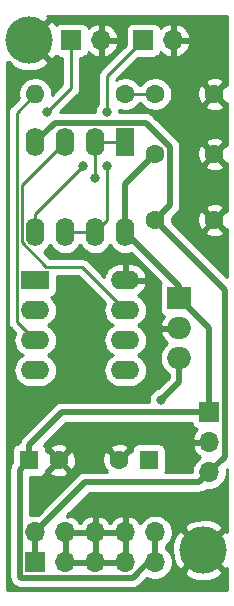
<source format=gbr>
%TF.GenerationSoftware,KiCad,Pcbnew,(5.1.9)-1*%
%TF.CreationDate,2021-06-25T13:34:49+01:00*%
%TF.ProjectId,NoiseGen,4e6f6973-6547-4656-9e2e-6b696361645f,rev?*%
%TF.SameCoordinates,Original*%
%TF.FileFunction,Copper,L1,Top*%
%TF.FilePolarity,Positive*%
%FSLAX46Y46*%
G04 Gerber Fmt 4.6, Leading zero omitted, Abs format (unit mm)*
G04 Created by KiCad (PCBNEW (5.1.9)-1) date 2021-06-25 13:34:49*
%MOMM*%
%LPD*%
G01*
G04 APERTURE LIST*
%TA.AperFunction,ComponentPad*%
%ADD10C,4.000000*%
%TD*%
%TA.AperFunction,ComponentPad*%
%ADD11O,2.000000X1.905000*%
%TD*%
%TA.AperFunction,ComponentPad*%
%ADD12R,2.000000X1.905000*%
%TD*%
%TA.AperFunction,ComponentPad*%
%ADD13O,1.600000X2.400000*%
%TD*%
%TA.AperFunction,ComponentPad*%
%ADD14R,1.600000X2.400000*%
%TD*%
%TA.AperFunction,ComponentPad*%
%ADD15O,1.600000X1.600000*%
%TD*%
%TA.AperFunction,ComponentPad*%
%ADD16C,1.600000*%
%TD*%
%TA.AperFunction,ComponentPad*%
%ADD17O,2.400000X1.600000*%
%TD*%
%TA.AperFunction,ComponentPad*%
%ADD18R,2.400000X1.600000*%
%TD*%
%TA.AperFunction,ComponentPad*%
%ADD19O,1.700000X1.700000*%
%TD*%
%TA.AperFunction,ComponentPad*%
%ADD20R,1.700000X1.700000*%
%TD*%
%TA.AperFunction,ComponentPad*%
%ADD21R,1.600000X1.600000*%
%TD*%
%TA.AperFunction,ViaPad*%
%ADD22C,0.800000*%
%TD*%
%TA.AperFunction,Conductor*%
%ADD23C,0.500000*%
%TD*%
%TA.AperFunction,Conductor*%
%ADD24C,0.250000*%
%TD*%
%TA.AperFunction,Conductor*%
%ADD25C,0.254000*%
%TD*%
%TA.AperFunction,Conductor*%
%ADD26C,0.100000*%
%TD*%
G04 APERTURE END LIST*
D10*
%TO.P,H2,1*%
%TO.N,GND*%
X119380000Y-56896000D03*
%TD*%
%TO.P,H1,1*%
%TO.N,GND*%
X134112000Y-100076000D03*
%TD*%
D11*
%TO.P,U1,3*%
%TO.N,+5V*%
X132080000Y-83820000D03*
%TO.P,U1,2*%
%TO.N,GND*%
X132080000Y-81280000D03*
D12*
%TO.P,U1,1*%
%TO.N,+12V*%
X132080000Y-78740000D03*
%TD*%
D13*
%TO.P,U2,8*%
%TO.N,+12V*%
X127508000Y-73152000D03*
%TO.P,U2,4*%
%TO.N,-12V*%
X119888000Y-65532000D03*
%TO.P,U2,7*%
%TO.N,Net-(J3-Pad1)*%
X124968000Y-73152000D03*
%TO.P,U2,3*%
%TO.N,Net-(J5-Pad7)*%
X122428000Y-65532000D03*
%TO.P,U2,6*%
%TO.N,Net-(J3-Pad1)*%
X122428000Y-73152000D03*
%TO.P,U2,2*%
%TO.N,Net-(J4-Pad1)*%
X124968000Y-65532000D03*
%TO.P,U2,5*%
%TO.N,Net-(C6-Pad1)*%
X119888000Y-73152000D03*
D14*
%TO.P,U2,1*%
%TO.N,Net-(J4-Pad1)*%
X127508000Y-65532000D03*
%TD*%
D15*
%TO.P,R1,2*%
%TO.N,Net-(J5-Pad3)*%
X119888000Y-61468000D03*
D16*
%TO.P,R1,1*%
%TO.N,Net-(C6-Pad1)*%
X127508000Y-61468000D03*
%TD*%
D17*
%TO.P,J5,8*%
%TO.N,GND*%
X127508000Y-77216000D03*
%TO.P,J5,4*%
%TO.N,Net-(J5-Pad4)*%
X119888000Y-84836000D03*
%TO.P,J5,7*%
%TO.N,Net-(J5-Pad7)*%
X127508000Y-79756000D03*
%TO.P,J5,3*%
%TO.N,Net-(J5-Pad3)*%
X119888000Y-82296000D03*
%TO.P,J5,6*%
%TO.N,Net-(J5-Pad6)*%
X127508000Y-82296000D03*
%TO.P,J5,2*%
%TO.N,Net-(J5-Pad2)*%
X119888000Y-79756000D03*
%TO.P,J5,5*%
%TO.N,Net-(J5-Pad5)*%
X127508000Y-84836000D03*
D18*
%TO.P,J5,1*%
%TO.N,+5V*%
X119888000Y-77216000D03*
%TD*%
D19*
%TO.P,J4,2*%
%TO.N,GND*%
X125476000Y-56896000D03*
D20*
%TO.P,J4,1*%
%TO.N,Net-(J4-Pad1)*%
X122936000Y-56896000D03*
%TD*%
D19*
%TO.P,J3,2*%
%TO.N,GND*%
X131572000Y-56896000D03*
D20*
%TO.P,J3,1*%
%TO.N,Net-(J3-Pad1)*%
X129032000Y-56896000D03*
%TD*%
D19*
%TO.P,J2,3*%
%TO.N,-12V*%
X134620000Y-93472000D03*
%TO.P,J2,2*%
%TO.N,GND*%
X134620000Y-90932000D03*
D20*
%TO.P,J2,1*%
%TO.N,+12V*%
X134620000Y-88392000D03*
%TD*%
D19*
%TO.P,J1,10*%
%TO.N,+12V*%
X130048000Y-98552000D03*
%TO.P,J1,9*%
X130048000Y-101092000D03*
%TO.P,J1,8*%
%TO.N,GND*%
X127508000Y-98552000D03*
%TO.P,J1,7*%
X127508000Y-101092000D03*
%TO.P,J1,6*%
X124968000Y-98552000D03*
%TO.P,J1,5*%
X124968000Y-101092000D03*
%TO.P,J1,4*%
X122428000Y-98552000D03*
%TO.P,J1,3*%
X122428000Y-101092000D03*
%TO.P,J1,2*%
%TO.N,-12V*%
X119888000Y-98552000D03*
D20*
%TO.P,J1,1*%
X119888000Y-101092000D03*
%TD*%
D16*
%TO.P,C6,2*%
%TO.N,GND*%
X135048000Y-61468000D03*
%TO.P,C6,1*%
%TO.N,Net-(C6-Pad1)*%
X130048000Y-61468000D03*
%TD*%
%TO.P,C4,2*%
%TO.N,GND*%
X127000000Y-92456000D03*
D21*
%TO.P,C4,1*%
%TO.N,+5V*%
X129500000Y-92456000D03*
%TD*%
D16*
%TO.P,C3,2*%
%TO.N,GND*%
X135048000Y-72136000D03*
%TO.P,C3,1*%
%TO.N,-12V*%
X130048000Y-72136000D03*
%TD*%
%TO.P,C2,2*%
%TO.N,GND*%
X135048000Y-66548000D03*
%TO.P,C2,1*%
%TO.N,+12V*%
X130048000Y-66548000D03*
%TD*%
%TO.P,C1,2*%
%TO.N,GND*%
X121880000Y-92456000D03*
D21*
%TO.P,C1,1*%
%TO.N,+12V*%
X119380000Y-92456000D03*
%TD*%
D22*
%TO.N,+5V*%
X130556000Y-87376000D03*
%TO.N,Net-(C6-Pad1)*%
X123952000Y-67564000D03*
%TO.N,Net-(J3-Pad1)*%
X125984000Y-67564000D03*
X125984000Y-62992000D03*
%TO.N,Net-(J4-Pad1)*%
X124968000Y-68580000D03*
X120904000Y-62992000D03*
%TD*%
D23*
%TO.N,+12V*%
X130048000Y-101092000D02*
X130048000Y-98552000D01*
X118587999Y-93248001D02*
X119380000Y-92456000D01*
X118587999Y-102302001D02*
X118587999Y-93248001D01*
X118677999Y-102392001D02*
X118587999Y-102302001D01*
X128132001Y-102392001D02*
X118677999Y-102392001D01*
X130048000Y-100476002D02*
X128132001Y-102392001D01*
X130048000Y-101092000D02*
X130048000Y-99568000D01*
X130048000Y-99568000D02*
X130048000Y-100476002D01*
X130048000Y-98552000D02*
X130048000Y-99568000D01*
X119380000Y-91156000D02*
X122144000Y-88392000D01*
X122144000Y-88392000D02*
X134620000Y-88392000D01*
X119380000Y-92456000D02*
X119380000Y-91156000D01*
X134620000Y-81280000D02*
X132080000Y-78740000D01*
X134620000Y-88392000D02*
X134620000Y-81280000D01*
X132080000Y-77724000D02*
X127508000Y-73152000D01*
X132080000Y-78740000D02*
X132080000Y-77724000D01*
X127508000Y-69088000D02*
X127508000Y-73152000D01*
X130048000Y-66548000D02*
X127508000Y-69088000D01*
%TO.N,+5V*%
X132080000Y-85852000D02*
X130556000Y-87376000D01*
X132080000Y-83820000D02*
X132080000Y-85852000D01*
D24*
%TO.N,Net-(C6-Pad1)*%
X119888000Y-71628000D02*
X123952000Y-67564000D01*
X119888000Y-73152000D02*
X119888000Y-71628000D01*
X130048000Y-61468000D02*
X127508000Y-61468000D01*
D23*
%TO.N,-12V*%
X119888000Y-101092000D02*
X119888000Y-98552000D01*
X133770001Y-94321999D02*
X134620000Y-93472000D01*
X124118001Y-94321999D02*
X133770001Y-94321999D01*
X119888000Y-98552000D02*
X124118001Y-94321999D01*
X131298001Y-70885999D02*
X130048000Y-72136000D01*
X131298001Y-65947999D02*
X131298001Y-70885999D01*
X129232001Y-63881999D02*
X131298001Y-65947999D01*
X121538001Y-63881999D02*
X129232001Y-63881999D01*
X119888000Y-65532000D02*
X121538001Y-63881999D01*
X135920001Y-92171999D02*
X134620000Y-93472000D01*
X135920001Y-78008001D02*
X135920001Y-92171999D01*
X130048000Y-72136000D02*
X135920001Y-78008001D01*
D24*
%TO.N,Net-(J3-Pad1)*%
X122428000Y-73152000D02*
X124968000Y-73152000D01*
X125984000Y-59944000D02*
X129032000Y-56896000D01*
X125984000Y-62992000D02*
X125984000Y-59944000D01*
X124968000Y-73152000D02*
X125984000Y-72136000D01*
X125984000Y-72136000D02*
X125984000Y-67564000D01*
%TO.N,Net-(J4-Pad1)*%
X127508000Y-65532000D02*
X124968000Y-65532000D01*
X124968000Y-65532000D02*
X124968000Y-68580000D01*
X122936000Y-60960000D02*
X122936000Y-56896000D01*
X120904000Y-62992000D02*
X122936000Y-60960000D01*
%TO.N,Net-(J5-Pad7)*%
X118762990Y-69197010D02*
X122428000Y-65532000D01*
X118762990Y-74017994D02*
X118762990Y-69197010D01*
X123842999Y-76090999D02*
X120835995Y-76090999D01*
X127508000Y-79756000D02*
X123842999Y-76090999D01*
X120835995Y-76090999D02*
X118762990Y-74017994D01*
%TO.N,Net-(J5-Pad3)*%
X118312979Y-63043021D02*
X119888000Y-61468000D01*
X119888000Y-82296000D02*
X118312979Y-80720979D01*
X118312979Y-80720979D02*
X118312979Y-63043021D01*
%TD*%
D25*
%TO.N,GND*%
X136155000Y-60688439D02*
X136040702Y-60654903D01*
X135227605Y-61468000D01*
X136040702Y-62281097D01*
X136155000Y-62247561D01*
X136155000Y-65768439D01*
X136040702Y-65734903D01*
X135227605Y-66548000D01*
X136040702Y-67361097D01*
X136155000Y-67327561D01*
X136155000Y-71356439D01*
X136040702Y-71322903D01*
X135227605Y-72136000D01*
X136040702Y-72949097D01*
X136155000Y-72915561D01*
X136155000Y-76991422D01*
X132292280Y-73128702D01*
X134234903Y-73128702D01*
X134306486Y-73372671D01*
X134561996Y-73493571D01*
X134836184Y-73562300D01*
X135118512Y-73576217D01*
X135398130Y-73534787D01*
X135664292Y-73439603D01*
X135789514Y-73372671D01*
X135861097Y-73128702D01*
X135048000Y-72315605D01*
X134234903Y-73128702D01*
X132292280Y-73128702D01*
X131476017Y-72312439D01*
X131483000Y-72277335D01*
X131483000Y-72206512D01*
X133607783Y-72206512D01*
X133649213Y-72486130D01*
X133744397Y-72752292D01*
X133811329Y-72877514D01*
X134055298Y-72949097D01*
X134868395Y-72136000D01*
X134055298Y-71322903D01*
X133811329Y-71394486D01*
X133690429Y-71649996D01*
X133621700Y-71924184D01*
X133607783Y-72206512D01*
X131483000Y-72206512D01*
X131483000Y-71994665D01*
X131476017Y-71959561D01*
X131893050Y-71542529D01*
X131926818Y-71514816D01*
X131956200Y-71479015D01*
X132037411Y-71380059D01*
X132037412Y-71380058D01*
X132119590Y-71226312D01*
X132144772Y-71143298D01*
X134234903Y-71143298D01*
X135048000Y-71956395D01*
X135861097Y-71143298D01*
X135789514Y-70899329D01*
X135534004Y-70778429D01*
X135259816Y-70709700D01*
X134977488Y-70695783D01*
X134697870Y-70737213D01*
X134431708Y-70832397D01*
X134306486Y-70899329D01*
X134234903Y-71143298D01*
X132144772Y-71143298D01*
X132170196Y-71059489D01*
X132183001Y-70929476D01*
X132183001Y-70929466D01*
X132187282Y-70886000D01*
X132183001Y-70842534D01*
X132183001Y-67540702D01*
X134234903Y-67540702D01*
X134306486Y-67784671D01*
X134561996Y-67905571D01*
X134836184Y-67974300D01*
X135118512Y-67988217D01*
X135398130Y-67946787D01*
X135664292Y-67851603D01*
X135789514Y-67784671D01*
X135861097Y-67540702D01*
X135048000Y-66727605D01*
X134234903Y-67540702D01*
X132183001Y-67540702D01*
X132183001Y-66618512D01*
X133607783Y-66618512D01*
X133649213Y-66898130D01*
X133744397Y-67164292D01*
X133811329Y-67289514D01*
X134055298Y-67361097D01*
X134868395Y-66548000D01*
X134055298Y-65734903D01*
X133811329Y-65806486D01*
X133690429Y-66061996D01*
X133621700Y-66336184D01*
X133607783Y-66618512D01*
X132183001Y-66618512D01*
X132183001Y-65991464D01*
X132187282Y-65947998D01*
X132183001Y-65904532D01*
X132183001Y-65904522D01*
X132170196Y-65774509D01*
X132119590Y-65607686D01*
X132091589Y-65555298D01*
X134234903Y-65555298D01*
X135048000Y-66368395D01*
X135861097Y-65555298D01*
X135789514Y-65311329D01*
X135534004Y-65190429D01*
X135259816Y-65121700D01*
X134977488Y-65107783D01*
X134697870Y-65149213D01*
X134431708Y-65244397D01*
X134306486Y-65311329D01*
X134234903Y-65555298D01*
X132091589Y-65555298D01*
X132037412Y-65453940D01*
X131926818Y-65319182D01*
X131893051Y-65291470D01*
X129888535Y-63286955D01*
X129860818Y-63253182D01*
X129726060Y-63142588D01*
X129572314Y-63060410D01*
X129405491Y-63009804D01*
X129275478Y-62996999D01*
X129275470Y-62996999D01*
X129232001Y-62992718D01*
X129188532Y-62996999D01*
X127019000Y-62996999D01*
X127019000Y-62890061D01*
X127003527Y-62812273D01*
X127089426Y-62847853D01*
X127366665Y-62903000D01*
X127649335Y-62903000D01*
X127926574Y-62847853D01*
X128187727Y-62739680D01*
X128422759Y-62582637D01*
X128622637Y-62382759D01*
X128726043Y-62228000D01*
X128829957Y-62228000D01*
X128933363Y-62382759D01*
X129133241Y-62582637D01*
X129368273Y-62739680D01*
X129629426Y-62847853D01*
X129906665Y-62903000D01*
X130189335Y-62903000D01*
X130466574Y-62847853D01*
X130727727Y-62739680D01*
X130962759Y-62582637D01*
X131084694Y-62460702D01*
X134234903Y-62460702D01*
X134306486Y-62704671D01*
X134561996Y-62825571D01*
X134836184Y-62894300D01*
X135118512Y-62908217D01*
X135398130Y-62866787D01*
X135664292Y-62771603D01*
X135789514Y-62704671D01*
X135861097Y-62460702D01*
X135048000Y-61647605D01*
X134234903Y-62460702D01*
X131084694Y-62460702D01*
X131162637Y-62382759D01*
X131319680Y-62147727D01*
X131427853Y-61886574D01*
X131483000Y-61609335D01*
X131483000Y-61538512D01*
X133607783Y-61538512D01*
X133649213Y-61818130D01*
X133744397Y-62084292D01*
X133811329Y-62209514D01*
X134055298Y-62281097D01*
X134868395Y-61468000D01*
X134055298Y-60654903D01*
X133811329Y-60726486D01*
X133690429Y-60981996D01*
X133621700Y-61256184D01*
X133607783Y-61538512D01*
X131483000Y-61538512D01*
X131483000Y-61326665D01*
X131427853Y-61049426D01*
X131319680Y-60788273D01*
X131162637Y-60553241D01*
X131084694Y-60475298D01*
X134234903Y-60475298D01*
X135048000Y-61288395D01*
X135861097Y-60475298D01*
X135789514Y-60231329D01*
X135534004Y-60110429D01*
X135259816Y-60041700D01*
X134977488Y-60027783D01*
X134697870Y-60069213D01*
X134431708Y-60164397D01*
X134306486Y-60231329D01*
X134234903Y-60475298D01*
X131084694Y-60475298D01*
X130962759Y-60353363D01*
X130727727Y-60196320D01*
X130466574Y-60088147D01*
X130189335Y-60033000D01*
X129906665Y-60033000D01*
X129629426Y-60088147D01*
X129368273Y-60196320D01*
X129133241Y-60353363D01*
X128933363Y-60553241D01*
X128829957Y-60708000D01*
X128726043Y-60708000D01*
X128622637Y-60553241D01*
X128422759Y-60353363D01*
X128187727Y-60196320D01*
X127926574Y-60088147D01*
X127649335Y-60033000D01*
X127366665Y-60033000D01*
X127089426Y-60088147D01*
X126828273Y-60196320D01*
X126762600Y-60240201D01*
X128618730Y-58384072D01*
X129882000Y-58384072D01*
X130006482Y-58371812D01*
X130126180Y-58335502D01*
X130236494Y-58276537D01*
X130333185Y-58197185D01*
X130412537Y-58100494D01*
X130471502Y-57990180D01*
X130495966Y-57909534D01*
X130571731Y-57993588D01*
X130805080Y-58167641D01*
X131067901Y-58292825D01*
X131215110Y-58337476D01*
X131445000Y-58216155D01*
X131445000Y-57023000D01*
X131699000Y-57023000D01*
X131699000Y-58216155D01*
X131928890Y-58337476D01*
X132076099Y-58292825D01*
X132338920Y-58167641D01*
X132572269Y-57993588D01*
X132767178Y-57777355D01*
X132916157Y-57527252D01*
X133013481Y-57252891D01*
X132892814Y-57023000D01*
X131699000Y-57023000D01*
X131445000Y-57023000D01*
X131425000Y-57023000D01*
X131425000Y-56769000D01*
X131445000Y-56769000D01*
X131445000Y-55575845D01*
X131699000Y-55575845D01*
X131699000Y-56769000D01*
X132892814Y-56769000D01*
X133013481Y-56539109D01*
X132916157Y-56264748D01*
X132767178Y-56014645D01*
X132572269Y-55798412D01*
X132338920Y-55624359D01*
X132076099Y-55499175D01*
X131928890Y-55454524D01*
X131699000Y-55575845D01*
X131445000Y-55575845D01*
X131215110Y-55454524D01*
X131067901Y-55499175D01*
X130805080Y-55624359D01*
X130571731Y-55798412D01*
X130495966Y-55882466D01*
X130471502Y-55801820D01*
X130412537Y-55691506D01*
X130333185Y-55594815D01*
X130236494Y-55515463D01*
X130126180Y-55456498D01*
X130006482Y-55420188D01*
X129882000Y-55407928D01*
X128182000Y-55407928D01*
X128057518Y-55420188D01*
X127937820Y-55456498D01*
X127827506Y-55515463D01*
X127730815Y-55594815D01*
X127651463Y-55691506D01*
X127592498Y-55801820D01*
X127556188Y-55921518D01*
X127543928Y-56046000D01*
X127543928Y-57309270D01*
X125472998Y-59380201D01*
X125444000Y-59403999D01*
X125420202Y-59432997D01*
X125420201Y-59432998D01*
X125349026Y-59519724D01*
X125278454Y-59651754D01*
X125234998Y-59795015D01*
X125220324Y-59944000D01*
X125224001Y-59981332D01*
X125224000Y-62288289D01*
X125180063Y-62332226D01*
X125066795Y-62501744D01*
X124988774Y-62690102D01*
X124949000Y-62890061D01*
X124949000Y-62996999D01*
X121973802Y-62996999D01*
X123447004Y-61523798D01*
X123476001Y-61500001D01*
X123502332Y-61467917D01*
X123570974Y-61384277D01*
X123641546Y-61252247D01*
X123664749Y-61175754D01*
X123685003Y-61108986D01*
X123696000Y-60997333D01*
X123696000Y-60997323D01*
X123699676Y-60960000D01*
X123696000Y-60922677D01*
X123696000Y-58384072D01*
X123786000Y-58384072D01*
X123910482Y-58371812D01*
X124030180Y-58335502D01*
X124140494Y-58276537D01*
X124237185Y-58197185D01*
X124316537Y-58100494D01*
X124375502Y-57990180D01*
X124399966Y-57909534D01*
X124475731Y-57993588D01*
X124709080Y-58167641D01*
X124971901Y-58292825D01*
X125119110Y-58337476D01*
X125349000Y-58216155D01*
X125349000Y-57023000D01*
X125603000Y-57023000D01*
X125603000Y-58216155D01*
X125832890Y-58337476D01*
X125980099Y-58292825D01*
X126242920Y-58167641D01*
X126476269Y-57993588D01*
X126671178Y-57777355D01*
X126820157Y-57527252D01*
X126917481Y-57252891D01*
X126796814Y-57023000D01*
X125603000Y-57023000D01*
X125349000Y-57023000D01*
X125329000Y-57023000D01*
X125329000Y-56769000D01*
X125349000Y-56769000D01*
X125349000Y-55575845D01*
X125603000Y-55575845D01*
X125603000Y-56769000D01*
X126796814Y-56769000D01*
X126917481Y-56539109D01*
X126820157Y-56264748D01*
X126671178Y-56014645D01*
X126476269Y-55798412D01*
X126242920Y-55624359D01*
X125980099Y-55499175D01*
X125832890Y-55454524D01*
X125603000Y-55575845D01*
X125349000Y-55575845D01*
X125119110Y-55454524D01*
X124971901Y-55499175D01*
X124709080Y-55624359D01*
X124475731Y-55798412D01*
X124399966Y-55882466D01*
X124375502Y-55801820D01*
X124316537Y-55691506D01*
X124237185Y-55594815D01*
X124140494Y-55515463D01*
X124030180Y-55456498D01*
X123910482Y-55420188D01*
X123786000Y-55407928D01*
X122086000Y-55407928D01*
X121961518Y-55420188D01*
X121841820Y-55456498D01*
X121731506Y-55515463D01*
X121662572Y-55572035D01*
X121594258Y-55444228D01*
X121227499Y-55228106D01*
X119559605Y-56896000D01*
X121227499Y-58563894D01*
X121594258Y-58347772D01*
X121661575Y-58219146D01*
X121731506Y-58276537D01*
X121841820Y-58335502D01*
X121961518Y-58371812D01*
X122086000Y-58384072D01*
X122176001Y-58384072D01*
X122176000Y-60645198D01*
X121323000Y-61498199D01*
X121323000Y-61326665D01*
X121267853Y-61049426D01*
X121159680Y-60788273D01*
X121002637Y-60553241D01*
X120802759Y-60353363D01*
X120567727Y-60196320D01*
X120306574Y-60088147D01*
X120029335Y-60033000D01*
X119746665Y-60033000D01*
X119469426Y-60088147D01*
X119208273Y-60196320D01*
X118973241Y-60353363D01*
X118773363Y-60553241D01*
X118616320Y-60788273D01*
X118508147Y-61049426D01*
X118453000Y-61326665D01*
X118453000Y-61609335D01*
X118489312Y-61791886D01*
X117801977Y-62479222D01*
X117772979Y-62503020D01*
X117749181Y-62532018D01*
X117749180Y-62532019D01*
X117678005Y-62618745D01*
X117607433Y-62750775D01*
X117584745Y-62825571D01*
X117563977Y-62894035D01*
X117553836Y-62996999D01*
X117549303Y-63043021D01*
X117552980Y-63080354D01*
X117552979Y-80683657D01*
X117549303Y-80720979D01*
X117552979Y-80758301D01*
X117552979Y-80758311D01*
X117563976Y-80869964D01*
X117592446Y-80963818D01*
X117607433Y-81013225D01*
X117678005Y-81145255D01*
X117698507Y-81170236D01*
X117772978Y-81260980D01*
X117801982Y-81284783D01*
X118192592Y-81675393D01*
X118155818Y-81744192D01*
X118073764Y-82014691D01*
X118046057Y-82296000D01*
X118073764Y-82577309D01*
X118155818Y-82847808D01*
X118289068Y-83097101D01*
X118468392Y-83315608D01*
X118686899Y-83494932D01*
X118819858Y-83566000D01*
X118686899Y-83637068D01*
X118468392Y-83816392D01*
X118289068Y-84034899D01*
X118155818Y-84284192D01*
X118073764Y-84554691D01*
X118046057Y-84836000D01*
X118073764Y-85117309D01*
X118155818Y-85387808D01*
X118289068Y-85637101D01*
X118468392Y-85855608D01*
X118686899Y-86034932D01*
X118936192Y-86168182D01*
X119206691Y-86250236D01*
X119417508Y-86271000D01*
X120358492Y-86271000D01*
X120569309Y-86250236D01*
X120839808Y-86168182D01*
X121089101Y-86034932D01*
X121307608Y-85855608D01*
X121486932Y-85637101D01*
X121620182Y-85387808D01*
X121702236Y-85117309D01*
X121729943Y-84836000D01*
X121702236Y-84554691D01*
X121620182Y-84284192D01*
X121486932Y-84034899D01*
X121307608Y-83816392D01*
X121089101Y-83637068D01*
X120956142Y-83566000D01*
X121089101Y-83494932D01*
X121307608Y-83315608D01*
X121486932Y-83097101D01*
X121620182Y-82847808D01*
X121702236Y-82577309D01*
X121729943Y-82296000D01*
X121702236Y-82014691D01*
X121620182Y-81744192D01*
X121486932Y-81494899D01*
X121307608Y-81276392D01*
X121089101Y-81097068D01*
X120956142Y-81026000D01*
X121089101Y-80954932D01*
X121307608Y-80775608D01*
X121486932Y-80557101D01*
X121620182Y-80307808D01*
X121702236Y-80037309D01*
X121729943Y-79756000D01*
X121702236Y-79474691D01*
X121620182Y-79204192D01*
X121486932Y-78954899D01*
X121307608Y-78736392D01*
X121194518Y-78643581D01*
X121212482Y-78641812D01*
X121332180Y-78605502D01*
X121442494Y-78546537D01*
X121539185Y-78467185D01*
X121618537Y-78370494D01*
X121677502Y-78260180D01*
X121713812Y-78140482D01*
X121726072Y-78016000D01*
X121726072Y-76850999D01*
X123528198Y-76850999D01*
X125812592Y-79135393D01*
X125775818Y-79204192D01*
X125693764Y-79474691D01*
X125666057Y-79756000D01*
X125693764Y-80037309D01*
X125775818Y-80307808D01*
X125909068Y-80557101D01*
X126088392Y-80775608D01*
X126306899Y-80954932D01*
X126439858Y-81026000D01*
X126306899Y-81097068D01*
X126088392Y-81276392D01*
X125909068Y-81494899D01*
X125775818Y-81744192D01*
X125693764Y-82014691D01*
X125666057Y-82296000D01*
X125693764Y-82577309D01*
X125775818Y-82847808D01*
X125909068Y-83097101D01*
X126088392Y-83315608D01*
X126306899Y-83494932D01*
X126439858Y-83566000D01*
X126306899Y-83637068D01*
X126088392Y-83816392D01*
X125909068Y-84034899D01*
X125775818Y-84284192D01*
X125693764Y-84554691D01*
X125666057Y-84836000D01*
X125693764Y-85117309D01*
X125775818Y-85387808D01*
X125909068Y-85637101D01*
X126088392Y-85855608D01*
X126306899Y-86034932D01*
X126556192Y-86168182D01*
X126826691Y-86250236D01*
X127037508Y-86271000D01*
X127978492Y-86271000D01*
X128189309Y-86250236D01*
X128459808Y-86168182D01*
X128709101Y-86034932D01*
X128927608Y-85855608D01*
X129106932Y-85637101D01*
X129240182Y-85387808D01*
X129322236Y-85117309D01*
X129349943Y-84836000D01*
X129322236Y-84554691D01*
X129240182Y-84284192D01*
X129106932Y-84034899D01*
X128927608Y-83816392D01*
X128709101Y-83637068D01*
X128576142Y-83566000D01*
X128709101Y-83494932D01*
X128927608Y-83315608D01*
X129106932Y-83097101D01*
X129240182Y-82847808D01*
X129322236Y-82577309D01*
X129349943Y-82296000D01*
X129322236Y-82014691D01*
X129240182Y-81744192D01*
X129106932Y-81494899D01*
X128927608Y-81276392D01*
X128709101Y-81097068D01*
X128576142Y-81026000D01*
X128709101Y-80954932D01*
X128927608Y-80775608D01*
X129106932Y-80557101D01*
X129240182Y-80307808D01*
X129322236Y-80037309D01*
X129349943Y-79756000D01*
X129322236Y-79474691D01*
X129240182Y-79204192D01*
X129106932Y-78954899D01*
X128927608Y-78736392D01*
X128709101Y-78557068D01*
X128581259Y-78488735D01*
X128810839Y-78338601D01*
X129012500Y-78140895D01*
X129171715Y-77907646D01*
X129282367Y-77647818D01*
X129299904Y-77565039D01*
X129177915Y-77343000D01*
X127635000Y-77343000D01*
X127635000Y-77363000D01*
X127381000Y-77363000D01*
X127381000Y-77343000D01*
X127361000Y-77343000D01*
X127361000Y-77089000D01*
X127381000Y-77089000D01*
X127381000Y-75781000D01*
X127635000Y-75781000D01*
X127635000Y-77089000D01*
X129177915Y-77089000D01*
X129299904Y-76866961D01*
X129282367Y-76784182D01*
X129171715Y-76524354D01*
X129012500Y-76291105D01*
X128810839Y-76093399D01*
X128574483Y-75938834D01*
X128312514Y-75833350D01*
X128035000Y-75781000D01*
X127635000Y-75781000D01*
X127381000Y-75781000D01*
X126981000Y-75781000D01*
X126703486Y-75833350D01*
X126441517Y-75938834D01*
X126205161Y-76093399D01*
X126003500Y-76291105D01*
X125844285Y-76524354D01*
X125733633Y-76784182D01*
X125716096Y-76866961D01*
X125743327Y-76916526D01*
X124406803Y-75580002D01*
X124383000Y-75550998D01*
X124267275Y-75456025D01*
X124135246Y-75385453D01*
X123991985Y-75341996D01*
X123880332Y-75330999D01*
X123880321Y-75330999D01*
X123842999Y-75327323D01*
X123805677Y-75330999D01*
X121150797Y-75330999D01*
X120611961Y-74792164D01*
X120689100Y-74750932D01*
X120907607Y-74571608D01*
X121086932Y-74353101D01*
X121158000Y-74220142D01*
X121229068Y-74353100D01*
X121408392Y-74571607D01*
X121626899Y-74750932D01*
X121876192Y-74884182D01*
X122146691Y-74966236D01*
X122428000Y-74993943D01*
X122709308Y-74966236D01*
X122979807Y-74884182D01*
X123229100Y-74750932D01*
X123447607Y-74571608D01*
X123626932Y-74353101D01*
X123698000Y-74220142D01*
X123769068Y-74353100D01*
X123948392Y-74571607D01*
X124166899Y-74750932D01*
X124416192Y-74884182D01*
X124686691Y-74966236D01*
X124968000Y-74993943D01*
X125249308Y-74966236D01*
X125519807Y-74884182D01*
X125769100Y-74750932D01*
X125987607Y-74571608D01*
X126166932Y-74353101D01*
X126238000Y-74220142D01*
X126309068Y-74353100D01*
X126488392Y-74571607D01*
X126706899Y-74750932D01*
X126956192Y-74884182D01*
X127226691Y-74966236D01*
X127508000Y-74993943D01*
X127789308Y-74966236D01*
X128005176Y-74900754D01*
X130545271Y-77440849D01*
X130490498Y-77543320D01*
X130454188Y-77663018D01*
X130441928Y-77787500D01*
X130441928Y-79692500D01*
X130454188Y-79816982D01*
X130490498Y-79936680D01*
X130549463Y-80046994D01*
X130628815Y-80143685D01*
X130725506Y-80223037D01*
X130817219Y-80272059D01*
X130704031Y-80413077D01*
X130560429Y-80688906D01*
X130489437Y-80907020D01*
X130609406Y-81153000D01*
X131953000Y-81153000D01*
X131953000Y-81133000D01*
X132207000Y-81133000D01*
X132207000Y-81153000D01*
X132227000Y-81153000D01*
X132227000Y-81407000D01*
X132207000Y-81407000D01*
X132207000Y-81427000D01*
X131953000Y-81427000D01*
X131953000Y-81407000D01*
X130609406Y-81407000D01*
X130489437Y-81652980D01*
X130560429Y-81871094D01*
X130704031Y-82146923D01*
X130898685Y-82389437D01*
X131083899Y-82544837D01*
X130904537Y-82692037D01*
X130706155Y-82933765D01*
X130558745Y-83209551D01*
X130467970Y-83508796D01*
X130437319Y-83820000D01*
X130467970Y-84131204D01*
X130558745Y-84430449D01*
X130706155Y-84706235D01*
X130904537Y-84947963D01*
X131146265Y-85146345D01*
X131195001Y-85172395D01*
X131195001Y-85485420D01*
X130310957Y-86369465D01*
X130254102Y-86380774D01*
X130065744Y-86458795D01*
X129896226Y-86572063D01*
X129752063Y-86716226D01*
X129638795Y-86885744D01*
X129560774Y-87074102D01*
X129521000Y-87274061D01*
X129521000Y-87477939D01*
X129526781Y-87507000D01*
X122187465Y-87507000D01*
X122143999Y-87502719D01*
X122100533Y-87507000D01*
X122100523Y-87507000D01*
X121970510Y-87519805D01*
X121803687Y-87570411D01*
X121649941Y-87652589D01*
X121649939Y-87652590D01*
X121649940Y-87652590D01*
X121548953Y-87735468D01*
X121548951Y-87735470D01*
X121515183Y-87763183D01*
X121487470Y-87796951D01*
X118784951Y-90499471D01*
X118751184Y-90527183D01*
X118723471Y-90560951D01*
X118723468Y-90560954D01*
X118640590Y-90661941D01*
X118558412Y-90815687D01*
X118507805Y-90982510D01*
X118503576Y-91025455D01*
X118455518Y-91030188D01*
X118335820Y-91066498D01*
X118225506Y-91125463D01*
X118128815Y-91204815D01*
X118049463Y-91301506D01*
X117990498Y-91411820D01*
X117954188Y-91531518D01*
X117941928Y-91656000D01*
X117941928Y-92640209D01*
X117931470Y-92652952D01*
X117931467Y-92652955D01*
X117848589Y-92753942D01*
X117766411Y-92907688D01*
X117715804Y-93074511D01*
X117698718Y-93248001D01*
X117703000Y-93291480D01*
X117702999Y-102258532D01*
X117698718Y-102302001D01*
X117702999Y-102345470D01*
X117702999Y-102345477D01*
X117715804Y-102475490D01*
X117766410Y-102642313D01*
X117848588Y-102796059D01*
X117959182Y-102930818D01*
X117992955Y-102958535D01*
X118021465Y-102987045D01*
X118049182Y-103020818D01*
X118183940Y-103131412D01*
X118337686Y-103213590D01*
X118504509Y-103264196D01*
X118634522Y-103277001D01*
X118634532Y-103277001D01*
X118677998Y-103281282D01*
X118721464Y-103277001D01*
X128088532Y-103277001D01*
X128132001Y-103281282D01*
X128175470Y-103277001D01*
X128175478Y-103277001D01*
X128305491Y-103264196D01*
X128472314Y-103213590D01*
X128626060Y-103131412D01*
X128760818Y-103020818D01*
X128788535Y-102987045D01*
X129360853Y-102414727D01*
X129614842Y-102519932D01*
X129901740Y-102577000D01*
X130194260Y-102577000D01*
X130481158Y-102519932D01*
X130751411Y-102407990D01*
X130994632Y-102245475D01*
X131201475Y-102038632D01*
X131278404Y-101923499D01*
X132444106Y-101923499D01*
X132660228Y-102290258D01*
X133120105Y-102530938D01*
X133618098Y-102677275D01*
X134135071Y-102723648D01*
X134651159Y-102668273D01*
X135146526Y-102513279D01*
X135563772Y-102290258D01*
X135779894Y-101923499D01*
X134112000Y-100255605D01*
X132444106Y-101923499D01*
X131278404Y-101923499D01*
X131363990Y-101795411D01*
X131475932Y-101525158D01*
X131533000Y-101238260D01*
X131533000Y-100945740D01*
X131475932Y-100658842D01*
X131363990Y-100388589D01*
X131201475Y-100145368D01*
X131155178Y-100099071D01*
X131464352Y-100099071D01*
X131519727Y-100615159D01*
X131674721Y-101110526D01*
X131897742Y-101527772D01*
X132264501Y-101743894D01*
X133932395Y-100076000D01*
X132264501Y-98408106D01*
X131897742Y-98624228D01*
X131657062Y-99084105D01*
X131510725Y-99582098D01*
X131464352Y-100099071D01*
X131155178Y-100099071D01*
X130994632Y-99938525D01*
X130933000Y-99897344D01*
X130933000Y-99746656D01*
X130994632Y-99705475D01*
X131201475Y-99498632D01*
X131363990Y-99255411D01*
X131475932Y-98985158D01*
X131533000Y-98698260D01*
X131533000Y-98405740D01*
X131497745Y-98228501D01*
X132444106Y-98228501D01*
X134112000Y-99896395D01*
X135779894Y-98228501D01*
X135563772Y-97861742D01*
X135103895Y-97621062D01*
X134605902Y-97474725D01*
X134088929Y-97428352D01*
X133572841Y-97483727D01*
X133077474Y-97638721D01*
X132660228Y-97861742D01*
X132444106Y-98228501D01*
X131497745Y-98228501D01*
X131475932Y-98118842D01*
X131363990Y-97848589D01*
X131201475Y-97605368D01*
X130994632Y-97398525D01*
X130751411Y-97236010D01*
X130481158Y-97124068D01*
X130194260Y-97067000D01*
X129901740Y-97067000D01*
X129614842Y-97124068D01*
X129344589Y-97236010D01*
X129101368Y-97398525D01*
X128894525Y-97605368D01*
X128772805Y-97787534D01*
X128703178Y-97670645D01*
X128508269Y-97454412D01*
X128274920Y-97280359D01*
X128012099Y-97155175D01*
X127864890Y-97110524D01*
X127635000Y-97231845D01*
X127635000Y-98425000D01*
X127655000Y-98425000D01*
X127655000Y-98679000D01*
X127635000Y-98679000D01*
X127635000Y-100965000D01*
X127655000Y-100965000D01*
X127655000Y-101219000D01*
X127635000Y-101219000D01*
X127635000Y-101239000D01*
X127381000Y-101239000D01*
X127381000Y-101219000D01*
X125095000Y-101219000D01*
X125095000Y-101239000D01*
X124841000Y-101239000D01*
X124841000Y-101219000D01*
X122555000Y-101219000D01*
X122555000Y-101239000D01*
X122301000Y-101239000D01*
X122301000Y-101219000D01*
X122281000Y-101219000D01*
X122281000Y-100965000D01*
X122301000Y-100965000D01*
X122301000Y-98679000D01*
X122555000Y-98679000D01*
X122555000Y-100965000D01*
X124841000Y-100965000D01*
X124841000Y-98679000D01*
X125095000Y-98679000D01*
X125095000Y-100965000D01*
X127381000Y-100965000D01*
X127381000Y-98679000D01*
X125095000Y-98679000D01*
X124841000Y-98679000D01*
X122555000Y-98679000D01*
X122301000Y-98679000D01*
X122281000Y-98679000D01*
X122281000Y-98425000D01*
X122301000Y-98425000D01*
X122301000Y-98405000D01*
X122555000Y-98405000D01*
X122555000Y-98425000D01*
X124841000Y-98425000D01*
X124841000Y-97231845D01*
X125095000Y-97231845D01*
X125095000Y-98425000D01*
X127381000Y-98425000D01*
X127381000Y-97231845D01*
X127151110Y-97110524D01*
X127003901Y-97155175D01*
X126741080Y-97280359D01*
X126507731Y-97454412D01*
X126312822Y-97670645D01*
X126238000Y-97796255D01*
X126163178Y-97670645D01*
X125968269Y-97454412D01*
X125734920Y-97280359D01*
X125472099Y-97155175D01*
X125324890Y-97110524D01*
X125095000Y-97231845D01*
X124841000Y-97231845D01*
X124611110Y-97110524D01*
X124463901Y-97155175D01*
X124201080Y-97280359D01*
X123967731Y-97454412D01*
X123772822Y-97670645D01*
X123698000Y-97796255D01*
X123623178Y-97670645D01*
X123428269Y-97454412D01*
X123194920Y-97280359D01*
X122932099Y-97155175D01*
X122784890Y-97110524D01*
X122555002Y-97231844D01*
X122555002Y-97136576D01*
X124484580Y-95206999D01*
X133726532Y-95206999D01*
X133770001Y-95211280D01*
X133813470Y-95206999D01*
X133813478Y-95206999D01*
X133943491Y-95194194D01*
X134110314Y-95143588D01*
X134264060Y-95061410D01*
X134398818Y-94950816D01*
X134404969Y-94943321D01*
X134473740Y-94957000D01*
X134766260Y-94957000D01*
X135053158Y-94899932D01*
X135323411Y-94787990D01*
X135566632Y-94625475D01*
X135773475Y-94418632D01*
X135935990Y-94175411D01*
X136047932Y-93905158D01*
X136105000Y-93618260D01*
X136105000Y-93325740D01*
X136090539Y-93253040D01*
X136155001Y-93188578D01*
X136155001Y-98523310D01*
X135959499Y-98408106D01*
X134291605Y-100076000D01*
X135959499Y-101743894D01*
X136155001Y-101628690D01*
X136155001Y-103455000D01*
X117525000Y-103455000D01*
X117525000Y-58784614D01*
X117597997Y-58857611D01*
X117712107Y-58743501D01*
X117928228Y-59110258D01*
X118388105Y-59350938D01*
X118886098Y-59497275D01*
X119403071Y-59543648D01*
X119919159Y-59488273D01*
X120414526Y-59333279D01*
X120831772Y-59110258D01*
X121047894Y-58743499D01*
X119380000Y-57075605D01*
X119365858Y-57089748D01*
X119186253Y-56910143D01*
X119200395Y-56896000D01*
X119186253Y-56881858D01*
X119365858Y-56702253D01*
X119380000Y-56716395D01*
X121047894Y-55048501D01*
X120916190Y-54825000D01*
X136155000Y-54825000D01*
X136155000Y-60688439D01*
%TA.AperFunction,Conductor*%
D26*
G36*
X136155000Y-60688439D02*
G01*
X136040702Y-60654903D01*
X135227605Y-61468000D01*
X136040702Y-62281097D01*
X136155000Y-62247561D01*
X136155000Y-65768439D01*
X136040702Y-65734903D01*
X135227605Y-66548000D01*
X136040702Y-67361097D01*
X136155000Y-67327561D01*
X136155000Y-71356439D01*
X136040702Y-71322903D01*
X135227605Y-72136000D01*
X136040702Y-72949097D01*
X136155000Y-72915561D01*
X136155000Y-76991422D01*
X132292280Y-73128702D01*
X134234903Y-73128702D01*
X134306486Y-73372671D01*
X134561996Y-73493571D01*
X134836184Y-73562300D01*
X135118512Y-73576217D01*
X135398130Y-73534787D01*
X135664292Y-73439603D01*
X135789514Y-73372671D01*
X135861097Y-73128702D01*
X135048000Y-72315605D01*
X134234903Y-73128702D01*
X132292280Y-73128702D01*
X131476017Y-72312439D01*
X131483000Y-72277335D01*
X131483000Y-72206512D01*
X133607783Y-72206512D01*
X133649213Y-72486130D01*
X133744397Y-72752292D01*
X133811329Y-72877514D01*
X134055298Y-72949097D01*
X134868395Y-72136000D01*
X134055298Y-71322903D01*
X133811329Y-71394486D01*
X133690429Y-71649996D01*
X133621700Y-71924184D01*
X133607783Y-72206512D01*
X131483000Y-72206512D01*
X131483000Y-71994665D01*
X131476017Y-71959561D01*
X131893050Y-71542529D01*
X131926818Y-71514816D01*
X131956200Y-71479015D01*
X132037411Y-71380059D01*
X132037412Y-71380058D01*
X132119590Y-71226312D01*
X132144772Y-71143298D01*
X134234903Y-71143298D01*
X135048000Y-71956395D01*
X135861097Y-71143298D01*
X135789514Y-70899329D01*
X135534004Y-70778429D01*
X135259816Y-70709700D01*
X134977488Y-70695783D01*
X134697870Y-70737213D01*
X134431708Y-70832397D01*
X134306486Y-70899329D01*
X134234903Y-71143298D01*
X132144772Y-71143298D01*
X132170196Y-71059489D01*
X132183001Y-70929476D01*
X132183001Y-70929466D01*
X132187282Y-70886000D01*
X132183001Y-70842534D01*
X132183001Y-67540702D01*
X134234903Y-67540702D01*
X134306486Y-67784671D01*
X134561996Y-67905571D01*
X134836184Y-67974300D01*
X135118512Y-67988217D01*
X135398130Y-67946787D01*
X135664292Y-67851603D01*
X135789514Y-67784671D01*
X135861097Y-67540702D01*
X135048000Y-66727605D01*
X134234903Y-67540702D01*
X132183001Y-67540702D01*
X132183001Y-66618512D01*
X133607783Y-66618512D01*
X133649213Y-66898130D01*
X133744397Y-67164292D01*
X133811329Y-67289514D01*
X134055298Y-67361097D01*
X134868395Y-66548000D01*
X134055298Y-65734903D01*
X133811329Y-65806486D01*
X133690429Y-66061996D01*
X133621700Y-66336184D01*
X133607783Y-66618512D01*
X132183001Y-66618512D01*
X132183001Y-65991464D01*
X132187282Y-65947998D01*
X132183001Y-65904532D01*
X132183001Y-65904522D01*
X132170196Y-65774509D01*
X132119590Y-65607686D01*
X132091589Y-65555298D01*
X134234903Y-65555298D01*
X135048000Y-66368395D01*
X135861097Y-65555298D01*
X135789514Y-65311329D01*
X135534004Y-65190429D01*
X135259816Y-65121700D01*
X134977488Y-65107783D01*
X134697870Y-65149213D01*
X134431708Y-65244397D01*
X134306486Y-65311329D01*
X134234903Y-65555298D01*
X132091589Y-65555298D01*
X132037412Y-65453940D01*
X131926818Y-65319182D01*
X131893051Y-65291470D01*
X129888535Y-63286955D01*
X129860818Y-63253182D01*
X129726060Y-63142588D01*
X129572314Y-63060410D01*
X129405491Y-63009804D01*
X129275478Y-62996999D01*
X129275470Y-62996999D01*
X129232001Y-62992718D01*
X129188532Y-62996999D01*
X127019000Y-62996999D01*
X127019000Y-62890061D01*
X127003527Y-62812273D01*
X127089426Y-62847853D01*
X127366665Y-62903000D01*
X127649335Y-62903000D01*
X127926574Y-62847853D01*
X128187727Y-62739680D01*
X128422759Y-62582637D01*
X128622637Y-62382759D01*
X128726043Y-62228000D01*
X128829957Y-62228000D01*
X128933363Y-62382759D01*
X129133241Y-62582637D01*
X129368273Y-62739680D01*
X129629426Y-62847853D01*
X129906665Y-62903000D01*
X130189335Y-62903000D01*
X130466574Y-62847853D01*
X130727727Y-62739680D01*
X130962759Y-62582637D01*
X131084694Y-62460702D01*
X134234903Y-62460702D01*
X134306486Y-62704671D01*
X134561996Y-62825571D01*
X134836184Y-62894300D01*
X135118512Y-62908217D01*
X135398130Y-62866787D01*
X135664292Y-62771603D01*
X135789514Y-62704671D01*
X135861097Y-62460702D01*
X135048000Y-61647605D01*
X134234903Y-62460702D01*
X131084694Y-62460702D01*
X131162637Y-62382759D01*
X131319680Y-62147727D01*
X131427853Y-61886574D01*
X131483000Y-61609335D01*
X131483000Y-61538512D01*
X133607783Y-61538512D01*
X133649213Y-61818130D01*
X133744397Y-62084292D01*
X133811329Y-62209514D01*
X134055298Y-62281097D01*
X134868395Y-61468000D01*
X134055298Y-60654903D01*
X133811329Y-60726486D01*
X133690429Y-60981996D01*
X133621700Y-61256184D01*
X133607783Y-61538512D01*
X131483000Y-61538512D01*
X131483000Y-61326665D01*
X131427853Y-61049426D01*
X131319680Y-60788273D01*
X131162637Y-60553241D01*
X131084694Y-60475298D01*
X134234903Y-60475298D01*
X135048000Y-61288395D01*
X135861097Y-60475298D01*
X135789514Y-60231329D01*
X135534004Y-60110429D01*
X135259816Y-60041700D01*
X134977488Y-60027783D01*
X134697870Y-60069213D01*
X134431708Y-60164397D01*
X134306486Y-60231329D01*
X134234903Y-60475298D01*
X131084694Y-60475298D01*
X130962759Y-60353363D01*
X130727727Y-60196320D01*
X130466574Y-60088147D01*
X130189335Y-60033000D01*
X129906665Y-60033000D01*
X129629426Y-60088147D01*
X129368273Y-60196320D01*
X129133241Y-60353363D01*
X128933363Y-60553241D01*
X128829957Y-60708000D01*
X128726043Y-60708000D01*
X128622637Y-60553241D01*
X128422759Y-60353363D01*
X128187727Y-60196320D01*
X127926574Y-60088147D01*
X127649335Y-60033000D01*
X127366665Y-60033000D01*
X127089426Y-60088147D01*
X126828273Y-60196320D01*
X126762600Y-60240201D01*
X128618730Y-58384072D01*
X129882000Y-58384072D01*
X130006482Y-58371812D01*
X130126180Y-58335502D01*
X130236494Y-58276537D01*
X130333185Y-58197185D01*
X130412537Y-58100494D01*
X130471502Y-57990180D01*
X130495966Y-57909534D01*
X130571731Y-57993588D01*
X130805080Y-58167641D01*
X131067901Y-58292825D01*
X131215110Y-58337476D01*
X131445000Y-58216155D01*
X131445000Y-57023000D01*
X131699000Y-57023000D01*
X131699000Y-58216155D01*
X131928890Y-58337476D01*
X132076099Y-58292825D01*
X132338920Y-58167641D01*
X132572269Y-57993588D01*
X132767178Y-57777355D01*
X132916157Y-57527252D01*
X133013481Y-57252891D01*
X132892814Y-57023000D01*
X131699000Y-57023000D01*
X131445000Y-57023000D01*
X131425000Y-57023000D01*
X131425000Y-56769000D01*
X131445000Y-56769000D01*
X131445000Y-55575845D01*
X131699000Y-55575845D01*
X131699000Y-56769000D01*
X132892814Y-56769000D01*
X133013481Y-56539109D01*
X132916157Y-56264748D01*
X132767178Y-56014645D01*
X132572269Y-55798412D01*
X132338920Y-55624359D01*
X132076099Y-55499175D01*
X131928890Y-55454524D01*
X131699000Y-55575845D01*
X131445000Y-55575845D01*
X131215110Y-55454524D01*
X131067901Y-55499175D01*
X130805080Y-55624359D01*
X130571731Y-55798412D01*
X130495966Y-55882466D01*
X130471502Y-55801820D01*
X130412537Y-55691506D01*
X130333185Y-55594815D01*
X130236494Y-55515463D01*
X130126180Y-55456498D01*
X130006482Y-55420188D01*
X129882000Y-55407928D01*
X128182000Y-55407928D01*
X128057518Y-55420188D01*
X127937820Y-55456498D01*
X127827506Y-55515463D01*
X127730815Y-55594815D01*
X127651463Y-55691506D01*
X127592498Y-55801820D01*
X127556188Y-55921518D01*
X127543928Y-56046000D01*
X127543928Y-57309270D01*
X125472998Y-59380201D01*
X125444000Y-59403999D01*
X125420202Y-59432997D01*
X125420201Y-59432998D01*
X125349026Y-59519724D01*
X125278454Y-59651754D01*
X125234998Y-59795015D01*
X125220324Y-59944000D01*
X125224001Y-59981332D01*
X125224000Y-62288289D01*
X125180063Y-62332226D01*
X125066795Y-62501744D01*
X124988774Y-62690102D01*
X124949000Y-62890061D01*
X124949000Y-62996999D01*
X121973802Y-62996999D01*
X123447004Y-61523798D01*
X123476001Y-61500001D01*
X123502332Y-61467917D01*
X123570974Y-61384277D01*
X123641546Y-61252247D01*
X123664749Y-61175754D01*
X123685003Y-61108986D01*
X123696000Y-60997333D01*
X123696000Y-60997323D01*
X123699676Y-60960000D01*
X123696000Y-60922677D01*
X123696000Y-58384072D01*
X123786000Y-58384072D01*
X123910482Y-58371812D01*
X124030180Y-58335502D01*
X124140494Y-58276537D01*
X124237185Y-58197185D01*
X124316537Y-58100494D01*
X124375502Y-57990180D01*
X124399966Y-57909534D01*
X124475731Y-57993588D01*
X124709080Y-58167641D01*
X124971901Y-58292825D01*
X125119110Y-58337476D01*
X125349000Y-58216155D01*
X125349000Y-57023000D01*
X125603000Y-57023000D01*
X125603000Y-58216155D01*
X125832890Y-58337476D01*
X125980099Y-58292825D01*
X126242920Y-58167641D01*
X126476269Y-57993588D01*
X126671178Y-57777355D01*
X126820157Y-57527252D01*
X126917481Y-57252891D01*
X126796814Y-57023000D01*
X125603000Y-57023000D01*
X125349000Y-57023000D01*
X125329000Y-57023000D01*
X125329000Y-56769000D01*
X125349000Y-56769000D01*
X125349000Y-55575845D01*
X125603000Y-55575845D01*
X125603000Y-56769000D01*
X126796814Y-56769000D01*
X126917481Y-56539109D01*
X126820157Y-56264748D01*
X126671178Y-56014645D01*
X126476269Y-55798412D01*
X126242920Y-55624359D01*
X125980099Y-55499175D01*
X125832890Y-55454524D01*
X125603000Y-55575845D01*
X125349000Y-55575845D01*
X125119110Y-55454524D01*
X124971901Y-55499175D01*
X124709080Y-55624359D01*
X124475731Y-55798412D01*
X124399966Y-55882466D01*
X124375502Y-55801820D01*
X124316537Y-55691506D01*
X124237185Y-55594815D01*
X124140494Y-55515463D01*
X124030180Y-55456498D01*
X123910482Y-55420188D01*
X123786000Y-55407928D01*
X122086000Y-55407928D01*
X121961518Y-55420188D01*
X121841820Y-55456498D01*
X121731506Y-55515463D01*
X121662572Y-55572035D01*
X121594258Y-55444228D01*
X121227499Y-55228106D01*
X119559605Y-56896000D01*
X121227499Y-58563894D01*
X121594258Y-58347772D01*
X121661575Y-58219146D01*
X121731506Y-58276537D01*
X121841820Y-58335502D01*
X121961518Y-58371812D01*
X122086000Y-58384072D01*
X122176001Y-58384072D01*
X122176000Y-60645198D01*
X121323000Y-61498199D01*
X121323000Y-61326665D01*
X121267853Y-61049426D01*
X121159680Y-60788273D01*
X121002637Y-60553241D01*
X120802759Y-60353363D01*
X120567727Y-60196320D01*
X120306574Y-60088147D01*
X120029335Y-60033000D01*
X119746665Y-60033000D01*
X119469426Y-60088147D01*
X119208273Y-60196320D01*
X118973241Y-60353363D01*
X118773363Y-60553241D01*
X118616320Y-60788273D01*
X118508147Y-61049426D01*
X118453000Y-61326665D01*
X118453000Y-61609335D01*
X118489312Y-61791886D01*
X117801977Y-62479222D01*
X117772979Y-62503020D01*
X117749181Y-62532018D01*
X117749180Y-62532019D01*
X117678005Y-62618745D01*
X117607433Y-62750775D01*
X117584745Y-62825571D01*
X117563977Y-62894035D01*
X117553836Y-62996999D01*
X117549303Y-63043021D01*
X117552980Y-63080354D01*
X117552979Y-80683657D01*
X117549303Y-80720979D01*
X117552979Y-80758301D01*
X117552979Y-80758311D01*
X117563976Y-80869964D01*
X117592446Y-80963818D01*
X117607433Y-81013225D01*
X117678005Y-81145255D01*
X117698507Y-81170236D01*
X117772978Y-81260980D01*
X117801982Y-81284783D01*
X118192592Y-81675393D01*
X118155818Y-81744192D01*
X118073764Y-82014691D01*
X118046057Y-82296000D01*
X118073764Y-82577309D01*
X118155818Y-82847808D01*
X118289068Y-83097101D01*
X118468392Y-83315608D01*
X118686899Y-83494932D01*
X118819858Y-83566000D01*
X118686899Y-83637068D01*
X118468392Y-83816392D01*
X118289068Y-84034899D01*
X118155818Y-84284192D01*
X118073764Y-84554691D01*
X118046057Y-84836000D01*
X118073764Y-85117309D01*
X118155818Y-85387808D01*
X118289068Y-85637101D01*
X118468392Y-85855608D01*
X118686899Y-86034932D01*
X118936192Y-86168182D01*
X119206691Y-86250236D01*
X119417508Y-86271000D01*
X120358492Y-86271000D01*
X120569309Y-86250236D01*
X120839808Y-86168182D01*
X121089101Y-86034932D01*
X121307608Y-85855608D01*
X121486932Y-85637101D01*
X121620182Y-85387808D01*
X121702236Y-85117309D01*
X121729943Y-84836000D01*
X121702236Y-84554691D01*
X121620182Y-84284192D01*
X121486932Y-84034899D01*
X121307608Y-83816392D01*
X121089101Y-83637068D01*
X120956142Y-83566000D01*
X121089101Y-83494932D01*
X121307608Y-83315608D01*
X121486932Y-83097101D01*
X121620182Y-82847808D01*
X121702236Y-82577309D01*
X121729943Y-82296000D01*
X121702236Y-82014691D01*
X121620182Y-81744192D01*
X121486932Y-81494899D01*
X121307608Y-81276392D01*
X121089101Y-81097068D01*
X120956142Y-81026000D01*
X121089101Y-80954932D01*
X121307608Y-80775608D01*
X121486932Y-80557101D01*
X121620182Y-80307808D01*
X121702236Y-80037309D01*
X121729943Y-79756000D01*
X121702236Y-79474691D01*
X121620182Y-79204192D01*
X121486932Y-78954899D01*
X121307608Y-78736392D01*
X121194518Y-78643581D01*
X121212482Y-78641812D01*
X121332180Y-78605502D01*
X121442494Y-78546537D01*
X121539185Y-78467185D01*
X121618537Y-78370494D01*
X121677502Y-78260180D01*
X121713812Y-78140482D01*
X121726072Y-78016000D01*
X121726072Y-76850999D01*
X123528198Y-76850999D01*
X125812592Y-79135393D01*
X125775818Y-79204192D01*
X125693764Y-79474691D01*
X125666057Y-79756000D01*
X125693764Y-80037309D01*
X125775818Y-80307808D01*
X125909068Y-80557101D01*
X126088392Y-80775608D01*
X126306899Y-80954932D01*
X126439858Y-81026000D01*
X126306899Y-81097068D01*
X126088392Y-81276392D01*
X125909068Y-81494899D01*
X125775818Y-81744192D01*
X125693764Y-82014691D01*
X125666057Y-82296000D01*
X125693764Y-82577309D01*
X125775818Y-82847808D01*
X125909068Y-83097101D01*
X126088392Y-83315608D01*
X126306899Y-83494932D01*
X126439858Y-83566000D01*
X126306899Y-83637068D01*
X126088392Y-83816392D01*
X125909068Y-84034899D01*
X125775818Y-84284192D01*
X125693764Y-84554691D01*
X125666057Y-84836000D01*
X125693764Y-85117309D01*
X125775818Y-85387808D01*
X125909068Y-85637101D01*
X126088392Y-85855608D01*
X126306899Y-86034932D01*
X126556192Y-86168182D01*
X126826691Y-86250236D01*
X127037508Y-86271000D01*
X127978492Y-86271000D01*
X128189309Y-86250236D01*
X128459808Y-86168182D01*
X128709101Y-86034932D01*
X128927608Y-85855608D01*
X129106932Y-85637101D01*
X129240182Y-85387808D01*
X129322236Y-85117309D01*
X129349943Y-84836000D01*
X129322236Y-84554691D01*
X129240182Y-84284192D01*
X129106932Y-84034899D01*
X128927608Y-83816392D01*
X128709101Y-83637068D01*
X128576142Y-83566000D01*
X128709101Y-83494932D01*
X128927608Y-83315608D01*
X129106932Y-83097101D01*
X129240182Y-82847808D01*
X129322236Y-82577309D01*
X129349943Y-82296000D01*
X129322236Y-82014691D01*
X129240182Y-81744192D01*
X129106932Y-81494899D01*
X128927608Y-81276392D01*
X128709101Y-81097068D01*
X128576142Y-81026000D01*
X128709101Y-80954932D01*
X128927608Y-80775608D01*
X129106932Y-80557101D01*
X129240182Y-80307808D01*
X129322236Y-80037309D01*
X129349943Y-79756000D01*
X129322236Y-79474691D01*
X129240182Y-79204192D01*
X129106932Y-78954899D01*
X128927608Y-78736392D01*
X128709101Y-78557068D01*
X128581259Y-78488735D01*
X128810839Y-78338601D01*
X129012500Y-78140895D01*
X129171715Y-77907646D01*
X129282367Y-77647818D01*
X129299904Y-77565039D01*
X129177915Y-77343000D01*
X127635000Y-77343000D01*
X127635000Y-77363000D01*
X127381000Y-77363000D01*
X127381000Y-77343000D01*
X127361000Y-77343000D01*
X127361000Y-77089000D01*
X127381000Y-77089000D01*
X127381000Y-75781000D01*
X127635000Y-75781000D01*
X127635000Y-77089000D01*
X129177915Y-77089000D01*
X129299904Y-76866961D01*
X129282367Y-76784182D01*
X129171715Y-76524354D01*
X129012500Y-76291105D01*
X128810839Y-76093399D01*
X128574483Y-75938834D01*
X128312514Y-75833350D01*
X128035000Y-75781000D01*
X127635000Y-75781000D01*
X127381000Y-75781000D01*
X126981000Y-75781000D01*
X126703486Y-75833350D01*
X126441517Y-75938834D01*
X126205161Y-76093399D01*
X126003500Y-76291105D01*
X125844285Y-76524354D01*
X125733633Y-76784182D01*
X125716096Y-76866961D01*
X125743327Y-76916526D01*
X124406803Y-75580002D01*
X124383000Y-75550998D01*
X124267275Y-75456025D01*
X124135246Y-75385453D01*
X123991985Y-75341996D01*
X123880332Y-75330999D01*
X123880321Y-75330999D01*
X123842999Y-75327323D01*
X123805677Y-75330999D01*
X121150797Y-75330999D01*
X120611961Y-74792164D01*
X120689100Y-74750932D01*
X120907607Y-74571608D01*
X121086932Y-74353101D01*
X121158000Y-74220142D01*
X121229068Y-74353100D01*
X121408392Y-74571607D01*
X121626899Y-74750932D01*
X121876192Y-74884182D01*
X122146691Y-74966236D01*
X122428000Y-74993943D01*
X122709308Y-74966236D01*
X122979807Y-74884182D01*
X123229100Y-74750932D01*
X123447607Y-74571608D01*
X123626932Y-74353101D01*
X123698000Y-74220142D01*
X123769068Y-74353100D01*
X123948392Y-74571607D01*
X124166899Y-74750932D01*
X124416192Y-74884182D01*
X124686691Y-74966236D01*
X124968000Y-74993943D01*
X125249308Y-74966236D01*
X125519807Y-74884182D01*
X125769100Y-74750932D01*
X125987607Y-74571608D01*
X126166932Y-74353101D01*
X126238000Y-74220142D01*
X126309068Y-74353100D01*
X126488392Y-74571607D01*
X126706899Y-74750932D01*
X126956192Y-74884182D01*
X127226691Y-74966236D01*
X127508000Y-74993943D01*
X127789308Y-74966236D01*
X128005176Y-74900754D01*
X130545271Y-77440849D01*
X130490498Y-77543320D01*
X130454188Y-77663018D01*
X130441928Y-77787500D01*
X130441928Y-79692500D01*
X130454188Y-79816982D01*
X130490498Y-79936680D01*
X130549463Y-80046994D01*
X130628815Y-80143685D01*
X130725506Y-80223037D01*
X130817219Y-80272059D01*
X130704031Y-80413077D01*
X130560429Y-80688906D01*
X130489437Y-80907020D01*
X130609406Y-81153000D01*
X131953000Y-81153000D01*
X131953000Y-81133000D01*
X132207000Y-81133000D01*
X132207000Y-81153000D01*
X132227000Y-81153000D01*
X132227000Y-81407000D01*
X132207000Y-81407000D01*
X132207000Y-81427000D01*
X131953000Y-81427000D01*
X131953000Y-81407000D01*
X130609406Y-81407000D01*
X130489437Y-81652980D01*
X130560429Y-81871094D01*
X130704031Y-82146923D01*
X130898685Y-82389437D01*
X131083899Y-82544837D01*
X130904537Y-82692037D01*
X130706155Y-82933765D01*
X130558745Y-83209551D01*
X130467970Y-83508796D01*
X130437319Y-83820000D01*
X130467970Y-84131204D01*
X130558745Y-84430449D01*
X130706155Y-84706235D01*
X130904537Y-84947963D01*
X131146265Y-85146345D01*
X131195001Y-85172395D01*
X131195001Y-85485420D01*
X130310957Y-86369465D01*
X130254102Y-86380774D01*
X130065744Y-86458795D01*
X129896226Y-86572063D01*
X129752063Y-86716226D01*
X129638795Y-86885744D01*
X129560774Y-87074102D01*
X129521000Y-87274061D01*
X129521000Y-87477939D01*
X129526781Y-87507000D01*
X122187465Y-87507000D01*
X122143999Y-87502719D01*
X122100533Y-87507000D01*
X122100523Y-87507000D01*
X121970510Y-87519805D01*
X121803687Y-87570411D01*
X121649941Y-87652589D01*
X121649939Y-87652590D01*
X121649940Y-87652590D01*
X121548953Y-87735468D01*
X121548951Y-87735470D01*
X121515183Y-87763183D01*
X121487470Y-87796951D01*
X118784951Y-90499471D01*
X118751184Y-90527183D01*
X118723471Y-90560951D01*
X118723468Y-90560954D01*
X118640590Y-90661941D01*
X118558412Y-90815687D01*
X118507805Y-90982510D01*
X118503576Y-91025455D01*
X118455518Y-91030188D01*
X118335820Y-91066498D01*
X118225506Y-91125463D01*
X118128815Y-91204815D01*
X118049463Y-91301506D01*
X117990498Y-91411820D01*
X117954188Y-91531518D01*
X117941928Y-91656000D01*
X117941928Y-92640209D01*
X117931470Y-92652952D01*
X117931467Y-92652955D01*
X117848589Y-92753942D01*
X117766411Y-92907688D01*
X117715804Y-93074511D01*
X117698718Y-93248001D01*
X117703000Y-93291480D01*
X117702999Y-102258532D01*
X117698718Y-102302001D01*
X117702999Y-102345470D01*
X117702999Y-102345477D01*
X117715804Y-102475490D01*
X117766410Y-102642313D01*
X117848588Y-102796059D01*
X117959182Y-102930818D01*
X117992955Y-102958535D01*
X118021465Y-102987045D01*
X118049182Y-103020818D01*
X118183940Y-103131412D01*
X118337686Y-103213590D01*
X118504509Y-103264196D01*
X118634522Y-103277001D01*
X118634532Y-103277001D01*
X118677998Y-103281282D01*
X118721464Y-103277001D01*
X128088532Y-103277001D01*
X128132001Y-103281282D01*
X128175470Y-103277001D01*
X128175478Y-103277001D01*
X128305491Y-103264196D01*
X128472314Y-103213590D01*
X128626060Y-103131412D01*
X128760818Y-103020818D01*
X128788535Y-102987045D01*
X129360853Y-102414727D01*
X129614842Y-102519932D01*
X129901740Y-102577000D01*
X130194260Y-102577000D01*
X130481158Y-102519932D01*
X130751411Y-102407990D01*
X130994632Y-102245475D01*
X131201475Y-102038632D01*
X131278404Y-101923499D01*
X132444106Y-101923499D01*
X132660228Y-102290258D01*
X133120105Y-102530938D01*
X133618098Y-102677275D01*
X134135071Y-102723648D01*
X134651159Y-102668273D01*
X135146526Y-102513279D01*
X135563772Y-102290258D01*
X135779894Y-101923499D01*
X134112000Y-100255605D01*
X132444106Y-101923499D01*
X131278404Y-101923499D01*
X131363990Y-101795411D01*
X131475932Y-101525158D01*
X131533000Y-101238260D01*
X131533000Y-100945740D01*
X131475932Y-100658842D01*
X131363990Y-100388589D01*
X131201475Y-100145368D01*
X131155178Y-100099071D01*
X131464352Y-100099071D01*
X131519727Y-100615159D01*
X131674721Y-101110526D01*
X131897742Y-101527772D01*
X132264501Y-101743894D01*
X133932395Y-100076000D01*
X132264501Y-98408106D01*
X131897742Y-98624228D01*
X131657062Y-99084105D01*
X131510725Y-99582098D01*
X131464352Y-100099071D01*
X131155178Y-100099071D01*
X130994632Y-99938525D01*
X130933000Y-99897344D01*
X130933000Y-99746656D01*
X130994632Y-99705475D01*
X131201475Y-99498632D01*
X131363990Y-99255411D01*
X131475932Y-98985158D01*
X131533000Y-98698260D01*
X131533000Y-98405740D01*
X131497745Y-98228501D01*
X132444106Y-98228501D01*
X134112000Y-99896395D01*
X135779894Y-98228501D01*
X135563772Y-97861742D01*
X135103895Y-97621062D01*
X134605902Y-97474725D01*
X134088929Y-97428352D01*
X133572841Y-97483727D01*
X133077474Y-97638721D01*
X132660228Y-97861742D01*
X132444106Y-98228501D01*
X131497745Y-98228501D01*
X131475932Y-98118842D01*
X131363990Y-97848589D01*
X131201475Y-97605368D01*
X130994632Y-97398525D01*
X130751411Y-97236010D01*
X130481158Y-97124068D01*
X130194260Y-97067000D01*
X129901740Y-97067000D01*
X129614842Y-97124068D01*
X129344589Y-97236010D01*
X129101368Y-97398525D01*
X128894525Y-97605368D01*
X128772805Y-97787534D01*
X128703178Y-97670645D01*
X128508269Y-97454412D01*
X128274920Y-97280359D01*
X128012099Y-97155175D01*
X127864890Y-97110524D01*
X127635000Y-97231845D01*
X127635000Y-98425000D01*
X127655000Y-98425000D01*
X127655000Y-98679000D01*
X127635000Y-98679000D01*
X127635000Y-100965000D01*
X127655000Y-100965000D01*
X127655000Y-101219000D01*
X127635000Y-101219000D01*
X127635000Y-101239000D01*
X127381000Y-101239000D01*
X127381000Y-101219000D01*
X125095000Y-101219000D01*
X125095000Y-101239000D01*
X124841000Y-101239000D01*
X124841000Y-101219000D01*
X122555000Y-101219000D01*
X122555000Y-101239000D01*
X122301000Y-101239000D01*
X122301000Y-101219000D01*
X122281000Y-101219000D01*
X122281000Y-100965000D01*
X122301000Y-100965000D01*
X122301000Y-98679000D01*
X122555000Y-98679000D01*
X122555000Y-100965000D01*
X124841000Y-100965000D01*
X124841000Y-98679000D01*
X125095000Y-98679000D01*
X125095000Y-100965000D01*
X127381000Y-100965000D01*
X127381000Y-98679000D01*
X125095000Y-98679000D01*
X124841000Y-98679000D01*
X122555000Y-98679000D01*
X122301000Y-98679000D01*
X122281000Y-98679000D01*
X122281000Y-98425000D01*
X122301000Y-98425000D01*
X122301000Y-98405000D01*
X122555000Y-98405000D01*
X122555000Y-98425000D01*
X124841000Y-98425000D01*
X124841000Y-97231845D01*
X125095000Y-97231845D01*
X125095000Y-98425000D01*
X127381000Y-98425000D01*
X127381000Y-97231845D01*
X127151110Y-97110524D01*
X127003901Y-97155175D01*
X126741080Y-97280359D01*
X126507731Y-97454412D01*
X126312822Y-97670645D01*
X126238000Y-97796255D01*
X126163178Y-97670645D01*
X125968269Y-97454412D01*
X125734920Y-97280359D01*
X125472099Y-97155175D01*
X125324890Y-97110524D01*
X125095000Y-97231845D01*
X124841000Y-97231845D01*
X124611110Y-97110524D01*
X124463901Y-97155175D01*
X124201080Y-97280359D01*
X123967731Y-97454412D01*
X123772822Y-97670645D01*
X123698000Y-97796255D01*
X123623178Y-97670645D01*
X123428269Y-97454412D01*
X123194920Y-97280359D01*
X122932099Y-97155175D01*
X122784890Y-97110524D01*
X122555002Y-97231844D01*
X122555002Y-97136576D01*
X124484580Y-95206999D01*
X133726532Y-95206999D01*
X133770001Y-95211280D01*
X133813470Y-95206999D01*
X133813478Y-95206999D01*
X133943491Y-95194194D01*
X134110314Y-95143588D01*
X134264060Y-95061410D01*
X134398818Y-94950816D01*
X134404969Y-94943321D01*
X134473740Y-94957000D01*
X134766260Y-94957000D01*
X135053158Y-94899932D01*
X135323411Y-94787990D01*
X135566632Y-94625475D01*
X135773475Y-94418632D01*
X135935990Y-94175411D01*
X136047932Y-93905158D01*
X136105000Y-93618260D01*
X136105000Y-93325740D01*
X136090539Y-93253040D01*
X136155001Y-93188578D01*
X136155001Y-98523310D01*
X135959499Y-98408106D01*
X134291605Y-100076000D01*
X135959499Y-101743894D01*
X136155001Y-101628690D01*
X136155001Y-103455000D01*
X117525000Y-103455000D01*
X117525000Y-58784614D01*
X117597997Y-58857611D01*
X117712107Y-58743501D01*
X117928228Y-59110258D01*
X118388105Y-59350938D01*
X118886098Y-59497275D01*
X119403071Y-59543648D01*
X119919159Y-59488273D01*
X120414526Y-59333279D01*
X120831772Y-59110258D01*
X121047894Y-58743499D01*
X119380000Y-57075605D01*
X119365858Y-57089748D01*
X119186253Y-56910143D01*
X119200395Y-56896000D01*
X119186253Y-56881858D01*
X119365858Y-56702253D01*
X119380000Y-56716395D01*
X121047894Y-55048501D01*
X120916190Y-54825000D01*
X136155000Y-54825000D01*
X136155000Y-60688439D01*
G37*
%TD.AperFunction*%
D25*
X133144188Y-89366482D02*
X133180498Y-89486180D01*
X133239463Y-89596494D01*
X133318815Y-89693185D01*
X133415506Y-89772537D01*
X133525820Y-89831502D01*
X133606466Y-89855966D01*
X133522412Y-89931731D01*
X133348359Y-90165080D01*
X133223175Y-90427901D01*
X133178524Y-90575110D01*
X133299845Y-90805000D01*
X134493000Y-90805000D01*
X134493000Y-90785000D01*
X134747000Y-90785000D01*
X134747000Y-90805000D01*
X134767000Y-90805000D01*
X134767000Y-91059000D01*
X134747000Y-91059000D01*
X134747000Y-91079000D01*
X134493000Y-91079000D01*
X134493000Y-91059000D01*
X133299845Y-91059000D01*
X133178524Y-91288890D01*
X133223175Y-91436099D01*
X133348359Y-91698920D01*
X133522412Y-91932269D01*
X133738645Y-92127178D01*
X133855534Y-92196805D01*
X133673368Y-92318525D01*
X133466525Y-92525368D01*
X133304010Y-92768589D01*
X133192068Y-93038842D01*
X133135000Y-93325740D01*
X133135000Y-93436999D01*
X130908668Y-93436999D01*
X130925812Y-93380482D01*
X130938072Y-93256000D01*
X130938072Y-91656000D01*
X130925812Y-91531518D01*
X130889502Y-91411820D01*
X130830537Y-91301506D01*
X130751185Y-91204815D01*
X130654494Y-91125463D01*
X130544180Y-91066498D01*
X130424482Y-91030188D01*
X130300000Y-91017928D01*
X128700000Y-91017928D01*
X128575518Y-91030188D01*
X128455820Y-91066498D01*
X128345506Y-91125463D01*
X128248815Y-91204815D01*
X128169463Y-91301506D01*
X128110498Y-91411820D01*
X128074188Y-91531518D01*
X128061928Y-91656000D01*
X128061928Y-91663215D01*
X127992702Y-91642903D01*
X127179605Y-92456000D01*
X127193748Y-92470143D01*
X127014143Y-92649748D01*
X127000000Y-92635605D01*
X126985858Y-92649748D01*
X126806253Y-92470143D01*
X126820395Y-92456000D01*
X126007298Y-91642903D01*
X125763329Y-91714486D01*
X125642429Y-91969996D01*
X125573700Y-92244184D01*
X125559783Y-92526512D01*
X125601213Y-92806130D01*
X125696397Y-93072292D01*
X125763329Y-93197514D01*
X126007296Y-93269097D01*
X125891023Y-93385370D01*
X125942652Y-93436999D01*
X124161470Y-93436999D01*
X124118001Y-93432718D01*
X124074532Y-93436999D01*
X124074524Y-93436999D01*
X123944511Y-93449804D01*
X123777688Y-93500410D01*
X123623942Y-93582588D01*
X123522954Y-93665467D01*
X123522952Y-93665469D01*
X123489184Y-93693182D01*
X123461471Y-93726950D01*
X120106961Y-97081461D01*
X120034260Y-97067000D01*
X119741740Y-97067000D01*
X119472999Y-97120456D01*
X119472999Y-93894072D01*
X120180000Y-93894072D01*
X120304482Y-93881812D01*
X120424180Y-93845502D01*
X120534494Y-93786537D01*
X120631185Y-93707185D01*
X120710537Y-93610494D01*
X120769502Y-93500180D01*
X120785117Y-93448702D01*
X121066903Y-93448702D01*
X121138486Y-93692671D01*
X121393996Y-93813571D01*
X121668184Y-93882300D01*
X121950512Y-93896217D01*
X122230130Y-93854787D01*
X122496292Y-93759603D01*
X122621514Y-93692671D01*
X122693097Y-93448702D01*
X121880000Y-92635605D01*
X121066903Y-93448702D01*
X120785117Y-93448702D01*
X120805812Y-93380482D01*
X120818072Y-93256000D01*
X120818072Y-93248785D01*
X120887298Y-93269097D01*
X121700395Y-92456000D01*
X122059605Y-92456000D01*
X122872702Y-93269097D01*
X123116671Y-93197514D01*
X123237571Y-92942004D01*
X123306300Y-92667816D01*
X123320217Y-92385488D01*
X123278787Y-92105870D01*
X123183603Y-91839708D01*
X123116671Y-91714486D01*
X122872702Y-91642903D01*
X122059605Y-92456000D01*
X121700395Y-92456000D01*
X120887298Y-91642903D01*
X120818072Y-91663215D01*
X120818072Y-91656000D01*
X120805812Y-91531518D01*
X120785118Y-91463298D01*
X121066903Y-91463298D01*
X121880000Y-92276395D01*
X122693097Y-91463298D01*
X126186903Y-91463298D01*
X127000000Y-92276395D01*
X127813097Y-91463298D01*
X127741514Y-91219329D01*
X127486004Y-91098429D01*
X127211816Y-91029700D01*
X126929488Y-91015783D01*
X126649870Y-91057213D01*
X126383708Y-91152397D01*
X126258486Y-91219329D01*
X126186903Y-91463298D01*
X122693097Y-91463298D01*
X122621514Y-91219329D01*
X122366004Y-91098429D01*
X122091816Y-91029700D01*
X121809488Y-91015783D01*
X121529870Y-91057213D01*
X121263708Y-91152397D01*
X121138486Y-91219329D01*
X121066903Y-91463298D01*
X120785118Y-91463298D01*
X120769502Y-91411820D01*
X120710537Y-91301506D01*
X120631185Y-91204815D01*
X120604590Y-91182989D01*
X122510579Y-89277000D01*
X133135375Y-89277000D01*
X133144188Y-89366482D01*
%TA.AperFunction,Conductor*%
D26*
G36*
X133144188Y-89366482D02*
G01*
X133180498Y-89486180D01*
X133239463Y-89596494D01*
X133318815Y-89693185D01*
X133415506Y-89772537D01*
X133525820Y-89831502D01*
X133606466Y-89855966D01*
X133522412Y-89931731D01*
X133348359Y-90165080D01*
X133223175Y-90427901D01*
X133178524Y-90575110D01*
X133299845Y-90805000D01*
X134493000Y-90805000D01*
X134493000Y-90785000D01*
X134747000Y-90785000D01*
X134747000Y-90805000D01*
X134767000Y-90805000D01*
X134767000Y-91059000D01*
X134747000Y-91059000D01*
X134747000Y-91079000D01*
X134493000Y-91079000D01*
X134493000Y-91059000D01*
X133299845Y-91059000D01*
X133178524Y-91288890D01*
X133223175Y-91436099D01*
X133348359Y-91698920D01*
X133522412Y-91932269D01*
X133738645Y-92127178D01*
X133855534Y-92196805D01*
X133673368Y-92318525D01*
X133466525Y-92525368D01*
X133304010Y-92768589D01*
X133192068Y-93038842D01*
X133135000Y-93325740D01*
X133135000Y-93436999D01*
X130908668Y-93436999D01*
X130925812Y-93380482D01*
X130938072Y-93256000D01*
X130938072Y-91656000D01*
X130925812Y-91531518D01*
X130889502Y-91411820D01*
X130830537Y-91301506D01*
X130751185Y-91204815D01*
X130654494Y-91125463D01*
X130544180Y-91066498D01*
X130424482Y-91030188D01*
X130300000Y-91017928D01*
X128700000Y-91017928D01*
X128575518Y-91030188D01*
X128455820Y-91066498D01*
X128345506Y-91125463D01*
X128248815Y-91204815D01*
X128169463Y-91301506D01*
X128110498Y-91411820D01*
X128074188Y-91531518D01*
X128061928Y-91656000D01*
X128061928Y-91663215D01*
X127992702Y-91642903D01*
X127179605Y-92456000D01*
X127193748Y-92470143D01*
X127014143Y-92649748D01*
X127000000Y-92635605D01*
X126985858Y-92649748D01*
X126806253Y-92470143D01*
X126820395Y-92456000D01*
X126007298Y-91642903D01*
X125763329Y-91714486D01*
X125642429Y-91969996D01*
X125573700Y-92244184D01*
X125559783Y-92526512D01*
X125601213Y-92806130D01*
X125696397Y-93072292D01*
X125763329Y-93197514D01*
X126007296Y-93269097D01*
X125891023Y-93385370D01*
X125942652Y-93436999D01*
X124161470Y-93436999D01*
X124118001Y-93432718D01*
X124074532Y-93436999D01*
X124074524Y-93436999D01*
X123944511Y-93449804D01*
X123777688Y-93500410D01*
X123623942Y-93582588D01*
X123522954Y-93665467D01*
X123522952Y-93665469D01*
X123489184Y-93693182D01*
X123461471Y-93726950D01*
X120106961Y-97081461D01*
X120034260Y-97067000D01*
X119741740Y-97067000D01*
X119472999Y-97120456D01*
X119472999Y-93894072D01*
X120180000Y-93894072D01*
X120304482Y-93881812D01*
X120424180Y-93845502D01*
X120534494Y-93786537D01*
X120631185Y-93707185D01*
X120710537Y-93610494D01*
X120769502Y-93500180D01*
X120785117Y-93448702D01*
X121066903Y-93448702D01*
X121138486Y-93692671D01*
X121393996Y-93813571D01*
X121668184Y-93882300D01*
X121950512Y-93896217D01*
X122230130Y-93854787D01*
X122496292Y-93759603D01*
X122621514Y-93692671D01*
X122693097Y-93448702D01*
X121880000Y-92635605D01*
X121066903Y-93448702D01*
X120785117Y-93448702D01*
X120805812Y-93380482D01*
X120818072Y-93256000D01*
X120818072Y-93248785D01*
X120887298Y-93269097D01*
X121700395Y-92456000D01*
X122059605Y-92456000D01*
X122872702Y-93269097D01*
X123116671Y-93197514D01*
X123237571Y-92942004D01*
X123306300Y-92667816D01*
X123320217Y-92385488D01*
X123278787Y-92105870D01*
X123183603Y-91839708D01*
X123116671Y-91714486D01*
X122872702Y-91642903D01*
X122059605Y-92456000D01*
X121700395Y-92456000D01*
X120887298Y-91642903D01*
X120818072Y-91663215D01*
X120818072Y-91656000D01*
X120805812Y-91531518D01*
X120785118Y-91463298D01*
X121066903Y-91463298D01*
X121880000Y-92276395D01*
X122693097Y-91463298D01*
X126186903Y-91463298D01*
X127000000Y-92276395D01*
X127813097Y-91463298D01*
X127741514Y-91219329D01*
X127486004Y-91098429D01*
X127211816Y-91029700D01*
X126929488Y-91015783D01*
X126649870Y-91057213D01*
X126383708Y-91152397D01*
X126258486Y-91219329D01*
X126186903Y-91463298D01*
X122693097Y-91463298D01*
X122621514Y-91219329D01*
X122366004Y-91098429D01*
X122091816Y-91029700D01*
X121809488Y-91015783D01*
X121529870Y-91057213D01*
X121263708Y-91152397D01*
X121138486Y-91219329D01*
X121066903Y-91463298D01*
X120785118Y-91463298D01*
X120769502Y-91411820D01*
X120710537Y-91301506D01*
X120631185Y-91204815D01*
X120604590Y-91182989D01*
X122510579Y-89277000D01*
X133135375Y-89277000D01*
X133144188Y-89366482D01*
G37*
%TD.AperFunction*%
%TD*%
M02*

</source>
